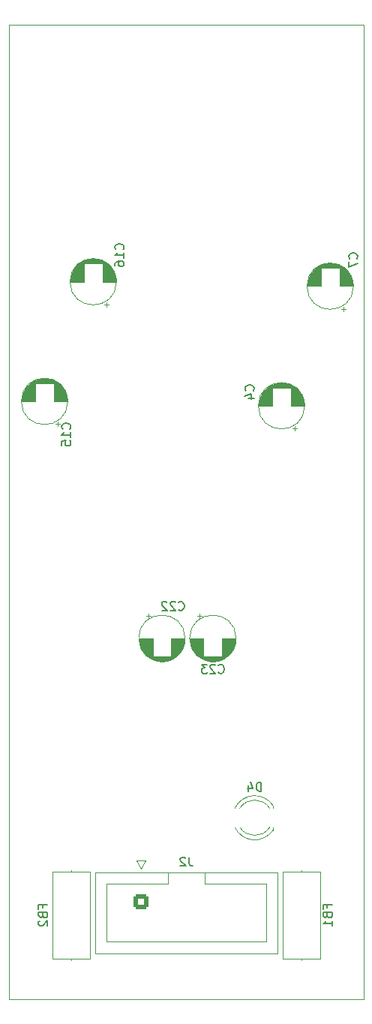
<source format=gbo>
G04 #@! TF.GenerationSoftware,KiCad,Pcbnew,(6.0.6)*
G04 #@! TF.CreationDate,2022-10-26T13:26:05+02:00*
G04 #@! TF.ProjectId,Snare+Hihat,536e6172-652b-4486-9968-61742e6b6963,rev?*
G04 #@! TF.SameCoordinates,Original*
G04 #@! TF.FileFunction,Legend,Bot*
G04 #@! TF.FilePolarity,Positive*
%FSLAX46Y46*%
G04 Gerber Fmt 4.6, Leading zero omitted, Abs format (unit mm)*
G04 Created by KiCad (PCBNEW (6.0.6)) date 2022-10-26 13:26:05*
%MOMM*%
%LPD*%
G01*
G04 APERTURE LIST*
G04 Aperture macros list*
%AMRoundRect*
0 Rectangle with rounded corners*
0 $1 Rounding radius*
0 $2 $3 $4 $5 $6 $7 $8 $9 X,Y pos of 4 corners*
0 Add a 4 corners polygon primitive as box body*
4,1,4,$2,$3,$4,$5,$6,$7,$8,$9,$2,$3,0*
0 Add four circle primitives for the rounded corners*
1,1,$1+$1,$2,$3*
1,1,$1+$1,$4,$5*
1,1,$1+$1,$6,$7*
1,1,$1+$1,$8,$9*
0 Add four rect primitives between the rounded corners*
20,1,$1+$1,$2,$3,$4,$5,0*
20,1,$1+$1,$4,$5,$6,$7,0*
20,1,$1+$1,$6,$7,$8,$9,0*
20,1,$1+$1,$8,$9,$2,$3,0*%
G04 Aperture macros list end*
G04 #@! TA.AperFunction,Profile*
%ADD10C,0.050000*%
G04 #@! TD*
%ADD11C,0.150000*%
%ADD12C,0.120000*%
%ADD13C,1.600000*%
%ADD14R,1.600000X1.600000*%
%ADD15O,1.600000X1.600000*%
%ADD16R,1.700000X1.700000*%
%ADD17O,1.700000X1.700000*%
%ADD18R,1.500000X1.050000*%
%ADD19O,1.500000X1.050000*%
%ADD20R,1.800000X1.800000*%
%ADD21C,1.800000*%
%ADD22C,2.000000*%
%ADD23O,2.000000X2.000000*%
%ADD24RoundRect,0.250000X-0.600000X0.600000X-0.600000X-0.600000X0.600000X-0.600000X0.600000X0.600000X0*%
%ADD25C,1.700000*%
G04 APERTURE END LIST*
D10*
X69999999Y-31000000D02*
X70000000Y-141000000D01*
X30000000Y-31000000D02*
X30000000Y-141000000D01*
X30000000Y-31000000D02*
X69999999Y-31000000D01*
X30000000Y-141000000D02*
X70000000Y-141000000D01*
D11*
X57557142Y-72283333D02*
X57604761Y-72235714D01*
X57652380Y-72092857D01*
X57652380Y-71997619D01*
X57604761Y-71854761D01*
X57509523Y-71759523D01*
X57414285Y-71711904D01*
X57223809Y-71664285D01*
X57080952Y-71664285D01*
X56890476Y-71711904D01*
X56795238Y-71759523D01*
X56700000Y-71854761D01*
X56652380Y-71997619D01*
X56652380Y-72092857D01*
X56700000Y-72235714D01*
X56747619Y-72283333D01*
X56985714Y-73140476D02*
X57652380Y-73140476D01*
X56604761Y-72902380D02*
X57319047Y-72664285D01*
X57319047Y-73283333D01*
X69257142Y-57383333D02*
X69304761Y-57335714D01*
X69352380Y-57192857D01*
X69352380Y-57097619D01*
X69304761Y-56954761D01*
X69209523Y-56859523D01*
X69114285Y-56811904D01*
X68923809Y-56764285D01*
X68780952Y-56764285D01*
X68590476Y-56811904D01*
X68495238Y-56859523D01*
X68400000Y-56954761D01*
X68352380Y-57097619D01*
X68352380Y-57192857D01*
X68400000Y-57335714D01*
X68447619Y-57383333D01*
X68352380Y-57716666D02*
X68352380Y-58383333D01*
X69352380Y-57954761D01*
X42857142Y-56357142D02*
X42904761Y-56309523D01*
X42952380Y-56166666D01*
X42952380Y-56071428D01*
X42904761Y-55928571D01*
X42809523Y-55833333D01*
X42714285Y-55785714D01*
X42523809Y-55738095D01*
X42380952Y-55738095D01*
X42190476Y-55785714D01*
X42095238Y-55833333D01*
X42000000Y-55928571D01*
X41952380Y-56071428D01*
X41952380Y-56166666D01*
X42000000Y-56309523D01*
X42047619Y-56357142D01*
X42952380Y-57309523D02*
X42952380Y-56738095D01*
X42952380Y-57023809D02*
X41952380Y-57023809D01*
X42095238Y-56928571D01*
X42190476Y-56833333D01*
X42238095Y-56738095D01*
X41952380Y-58166666D02*
X41952380Y-57976190D01*
X42000000Y-57880952D01*
X42047619Y-57833333D01*
X42190476Y-57738095D01*
X42380952Y-57690476D01*
X42761904Y-57690476D01*
X42857142Y-57738095D01*
X42904761Y-57785714D01*
X42952380Y-57880952D01*
X42952380Y-58071428D01*
X42904761Y-58166666D01*
X42857142Y-58214285D01*
X42761904Y-58261904D01*
X42523809Y-58261904D01*
X42428571Y-58214285D01*
X42380952Y-58166666D01*
X42333333Y-58071428D01*
X42333333Y-57880952D01*
X42380952Y-57785714D01*
X42428571Y-57738095D01*
X42523809Y-57690476D01*
X58468095Y-117492380D02*
X58468095Y-116492380D01*
X58230000Y-116492380D01*
X58087142Y-116540000D01*
X57991904Y-116635238D01*
X57944285Y-116730476D01*
X57896666Y-116920952D01*
X57896666Y-117063809D01*
X57944285Y-117254285D01*
X57991904Y-117349523D01*
X58087142Y-117444761D01*
X58230000Y-117492380D01*
X58468095Y-117492380D01*
X57039523Y-116825714D02*
X57039523Y-117492380D01*
X57277619Y-116444761D02*
X57515714Y-117159047D01*
X56896666Y-117159047D01*
X65928571Y-130666666D02*
X65928571Y-130333333D01*
X66452380Y-130333333D02*
X65452380Y-130333333D01*
X65452380Y-130809523D01*
X65928571Y-131523809D02*
X65976190Y-131666666D01*
X66023809Y-131714285D01*
X66119047Y-131761904D01*
X66261904Y-131761904D01*
X66357142Y-131714285D01*
X66404761Y-131666666D01*
X66452380Y-131571428D01*
X66452380Y-131190476D01*
X65452380Y-131190476D01*
X65452380Y-131523809D01*
X65500000Y-131619047D01*
X65547619Y-131666666D01*
X65642857Y-131714285D01*
X65738095Y-131714285D01*
X65833333Y-131666666D01*
X65880952Y-131619047D01*
X65928571Y-131523809D01*
X65928571Y-131190476D01*
X66452380Y-132714285D02*
X66452380Y-132142857D01*
X66452380Y-132428571D02*
X65452380Y-132428571D01*
X65595238Y-132333333D01*
X65690476Y-132238095D01*
X65738095Y-132142857D01*
X33808571Y-130666666D02*
X33808571Y-130333333D01*
X34332380Y-130333333D02*
X33332380Y-130333333D01*
X33332380Y-130809523D01*
X33808571Y-131523809D02*
X33856190Y-131666666D01*
X33903809Y-131714285D01*
X33999047Y-131761904D01*
X34141904Y-131761904D01*
X34237142Y-131714285D01*
X34284761Y-131666666D01*
X34332380Y-131571428D01*
X34332380Y-131190476D01*
X33332380Y-131190476D01*
X33332380Y-131523809D01*
X33380000Y-131619047D01*
X33427619Y-131666666D01*
X33522857Y-131714285D01*
X33618095Y-131714285D01*
X33713333Y-131666666D01*
X33760952Y-131619047D01*
X33808571Y-131523809D01*
X33808571Y-131190476D01*
X33427619Y-132142857D02*
X33380000Y-132190476D01*
X33332380Y-132285714D01*
X33332380Y-132523809D01*
X33380000Y-132619047D01*
X33427619Y-132666666D01*
X33522857Y-132714285D01*
X33618095Y-132714285D01*
X33760952Y-132666666D01*
X34332380Y-132095238D01*
X34332380Y-132714285D01*
X50333333Y-124952380D02*
X50333333Y-125666666D01*
X50380952Y-125809523D01*
X50476190Y-125904761D01*
X50619047Y-125952380D01*
X50714285Y-125952380D01*
X49904761Y-125047619D02*
X49857142Y-125000000D01*
X49761904Y-124952380D01*
X49523809Y-124952380D01*
X49428571Y-125000000D01*
X49380952Y-125047619D01*
X49333333Y-125142857D01*
X49333333Y-125238095D01*
X49380952Y-125380952D01*
X49952380Y-125952380D01*
X49333333Y-125952380D01*
X36857142Y-76607142D02*
X36904761Y-76559523D01*
X36952380Y-76416666D01*
X36952380Y-76321428D01*
X36904761Y-76178571D01*
X36809523Y-76083333D01*
X36714285Y-76035714D01*
X36523809Y-75988095D01*
X36380952Y-75988095D01*
X36190476Y-76035714D01*
X36095238Y-76083333D01*
X36000000Y-76178571D01*
X35952380Y-76321428D01*
X35952380Y-76416666D01*
X36000000Y-76559523D01*
X36047619Y-76607142D01*
X36952380Y-77559523D02*
X36952380Y-76988095D01*
X36952380Y-77273809D02*
X35952380Y-77273809D01*
X36095238Y-77178571D01*
X36190476Y-77083333D01*
X36238095Y-76988095D01*
X35952380Y-78464285D02*
X35952380Y-77988095D01*
X36428571Y-77940476D01*
X36380952Y-77988095D01*
X36333333Y-78083333D01*
X36333333Y-78321428D01*
X36380952Y-78416666D01*
X36428571Y-78464285D01*
X36523809Y-78511904D01*
X36761904Y-78511904D01*
X36857142Y-78464285D01*
X36904761Y-78416666D01*
X36952380Y-78321428D01*
X36952380Y-78083333D01*
X36904761Y-77988095D01*
X36857142Y-77940476D01*
X49142857Y-97007142D02*
X49190476Y-97054761D01*
X49333333Y-97102380D01*
X49428571Y-97102380D01*
X49571428Y-97054761D01*
X49666666Y-96959523D01*
X49714285Y-96864285D01*
X49761904Y-96673809D01*
X49761904Y-96530952D01*
X49714285Y-96340476D01*
X49666666Y-96245238D01*
X49571428Y-96150000D01*
X49428571Y-96102380D01*
X49333333Y-96102380D01*
X49190476Y-96150000D01*
X49142857Y-96197619D01*
X48761904Y-96197619D02*
X48714285Y-96150000D01*
X48619047Y-96102380D01*
X48380952Y-96102380D01*
X48285714Y-96150000D01*
X48238095Y-96197619D01*
X48190476Y-96292857D01*
X48190476Y-96388095D01*
X48238095Y-96530952D01*
X48809523Y-97102380D01*
X48190476Y-97102380D01*
X47809523Y-96197619D02*
X47761904Y-96150000D01*
X47666666Y-96102380D01*
X47428571Y-96102380D01*
X47333333Y-96150000D01*
X47285714Y-96197619D01*
X47238095Y-96292857D01*
X47238095Y-96388095D01*
X47285714Y-96530952D01*
X47857142Y-97102380D01*
X47238095Y-97102380D01*
X53642857Y-104107142D02*
X53690476Y-104154761D01*
X53833333Y-104202380D01*
X53928571Y-104202380D01*
X54071428Y-104154761D01*
X54166666Y-104059523D01*
X54214285Y-103964285D01*
X54261904Y-103773809D01*
X54261904Y-103630952D01*
X54214285Y-103440476D01*
X54166666Y-103345238D01*
X54071428Y-103250000D01*
X53928571Y-103202380D01*
X53833333Y-103202380D01*
X53690476Y-103250000D01*
X53642857Y-103297619D01*
X53261904Y-103297619D02*
X53214285Y-103250000D01*
X53119047Y-103202380D01*
X52880952Y-103202380D01*
X52785714Y-103250000D01*
X52738095Y-103297619D01*
X52690476Y-103392857D01*
X52690476Y-103488095D01*
X52738095Y-103630952D01*
X53309523Y-104202380D01*
X52690476Y-104202380D01*
X52357142Y-103202380D02*
X51738095Y-103202380D01*
X52071428Y-103583333D01*
X51928571Y-103583333D01*
X51833333Y-103630952D01*
X51785714Y-103678571D01*
X51738095Y-103773809D01*
X51738095Y-104011904D01*
X51785714Y-104107142D01*
X51833333Y-104154761D01*
X51928571Y-104202380D01*
X52214285Y-104202380D01*
X52309523Y-104154761D01*
X52357142Y-104107142D01*
D12*
X62493000Y-72079000D02*
X61790000Y-72079000D01*
X63251000Y-73360000D02*
X61790000Y-73360000D01*
X63178000Y-73119000D02*
X61790000Y-73119000D01*
X59710000Y-72439000D02*
X58685000Y-72439000D01*
X62785000Y-72399000D02*
X61790000Y-72399000D01*
X62950000Y-72639000D02*
X61790000Y-72639000D01*
X63148000Y-73039000D02*
X61790000Y-73039000D01*
X59710000Y-73680000D02*
X58189000Y-73680000D01*
X59710000Y-72799000D02*
X58460000Y-72799000D01*
X63330000Y-73960000D02*
X61790000Y-73960000D01*
X61555000Y-71519000D02*
X59945000Y-71519000D01*
X59710000Y-72559000D02*
X58601000Y-72559000D01*
X59710000Y-73400000D02*
X58239000Y-73400000D01*
X59710000Y-72359000D02*
X58746000Y-72359000D01*
X62355000Y-71959000D02*
X59145000Y-71959000D01*
X61761000Y-71599000D02*
X59739000Y-71599000D01*
X59710000Y-72159000D02*
X58924000Y-72159000D01*
X62001000Y-71719000D02*
X59499000Y-71719000D01*
X62403000Y-71999000D02*
X61790000Y-71999000D01*
X63311000Y-73680000D02*
X61790000Y-73680000D01*
X61848000Y-71639000D02*
X59652000Y-71639000D01*
X62651000Y-72239000D02*
X61790000Y-72239000D01*
X59710000Y-73720000D02*
X58185000Y-73720000D01*
X59710000Y-73440000D02*
X58230000Y-73440000D01*
X63329000Y-73920000D02*
X61790000Y-73920000D01*
X59710000Y-73360000D02*
X58249000Y-73360000D01*
X61427000Y-71479000D02*
X60073000Y-71479000D01*
X59710000Y-73079000D02*
X58336000Y-73079000D01*
X63018000Y-72759000D02*
X61790000Y-72759000D01*
X62133000Y-71799000D02*
X59367000Y-71799000D01*
X59710000Y-72639000D02*
X58550000Y-72639000D01*
X63205000Y-73199000D02*
X61790000Y-73199000D01*
X59710000Y-72959000D02*
X58385000Y-72959000D01*
X63306000Y-73640000D02*
X61790000Y-73640000D01*
X59710000Y-73480000D02*
X58222000Y-73480000D01*
X63230000Y-73279000D02*
X61790000Y-73279000D01*
X63270000Y-73440000D02*
X61790000Y-73440000D01*
X59710000Y-73600000D02*
X58200000Y-73600000D01*
X59710000Y-73920000D02*
X58171000Y-73920000D01*
X63278000Y-73480000D02*
X61790000Y-73480000D01*
X59710000Y-73199000D02*
X58295000Y-73199000D01*
X63326000Y-73840000D02*
X61790000Y-73840000D01*
X62449000Y-72039000D02*
X61790000Y-72039000D01*
X59710000Y-73239000D02*
X58282000Y-73239000D01*
X59710000Y-73640000D02*
X58194000Y-73640000D01*
X59710000Y-73039000D02*
X58352000Y-73039000D01*
X63300000Y-73600000D02*
X61790000Y-73600000D01*
X62925000Y-72599000D02*
X61790000Y-72599000D01*
X59710000Y-73119000D02*
X58322000Y-73119000D01*
X62872000Y-72519000D02*
X61790000Y-72519000D01*
X62721000Y-72319000D02*
X61790000Y-72319000D01*
X59710000Y-73520000D02*
X58214000Y-73520000D01*
X62997000Y-72719000D02*
X61790000Y-72719000D01*
X63218000Y-73239000D02*
X61790000Y-73239000D01*
X59710000Y-72279000D02*
X58813000Y-72279000D01*
X63319000Y-73760000D02*
X61790000Y-73760000D01*
X59710000Y-72319000D02*
X58779000Y-72319000D01*
X62535000Y-72119000D02*
X61790000Y-72119000D01*
X59710000Y-72039000D02*
X59051000Y-72039000D01*
X62687000Y-72279000D02*
X61790000Y-72279000D01*
X59710000Y-73840000D02*
X58174000Y-73840000D01*
X59710000Y-73880000D02*
X58172000Y-73880000D01*
X63323000Y-73800000D02*
X61790000Y-73800000D01*
X59710000Y-72919000D02*
X58402000Y-72919000D01*
X59710000Y-72679000D02*
X58526000Y-72679000D01*
X63241000Y-73320000D02*
X61790000Y-73320000D01*
X63328000Y-73880000D02*
X61790000Y-73880000D01*
X59710000Y-72399000D02*
X58715000Y-72399000D01*
X63330000Y-74000000D02*
X61790000Y-74000000D01*
X62815000Y-72439000D02*
X61790000Y-72439000D01*
X59710000Y-73760000D02*
X58181000Y-73760000D01*
X63315000Y-73720000D02*
X61790000Y-73720000D01*
X59710000Y-71999000D02*
X59097000Y-71999000D01*
X63293000Y-73560000D02*
X61790000Y-73560000D01*
X61928000Y-71679000D02*
X59572000Y-71679000D01*
X59710000Y-72199000D02*
X58886000Y-72199000D01*
X62304000Y-71919000D02*
X59196000Y-71919000D01*
X59710000Y-72079000D02*
X59007000Y-72079000D01*
X59710000Y-72599000D02*
X58575000Y-72599000D01*
X62069000Y-71759000D02*
X59431000Y-71759000D01*
X61268000Y-71439000D02*
X60232000Y-71439000D01*
X62614000Y-72199000D02*
X61790000Y-72199000D01*
X62225000Y-76804775D02*
X62225000Y-76304775D01*
X62845000Y-72479000D02*
X61790000Y-72479000D01*
X59710000Y-73320000D02*
X58259000Y-73320000D01*
X63286000Y-73520000D02*
X61790000Y-73520000D01*
X59710000Y-72999000D02*
X58368000Y-72999000D01*
X62250000Y-71879000D02*
X59250000Y-71879000D01*
X63098000Y-72919000D02*
X61790000Y-72919000D01*
X63132000Y-72999000D02*
X61790000Y-72999000D01*
X59710000Y-72759000D02*
X58482000Y-72759000D01*
X59710000Y-73560000D02*
X58207000Y-73560000D01*
X59710000Y-72479000D02*
X58655000Y-72479000D01*
X59710000Y-72239000D02*
X58849000Y-72239000D01*
X59710000Y-73279000D02*
X58270000Y-73279000D01*
X59710000Y-72839000D02*
X58440000Y-72839000D01*
X62576000Y-72159000D02*
X61790000Y-72159000D01*
X62899000Y-72559000D02*
X61790000Y-72559000D01*
X59710000Y-73800000D02*
X58177000Y-73800000D01*
X59710000Y-73960000D02*
X58170000Y-73960000D01*
X59710000Y-72519000D02*
X58628000Y-72519000D01*
X63192000Y-73159000D02*
X61790000Y-73159000D01*
X62193000Y-71839000D02*
X59307000Y-71839000D01*
X61034000Y-71399000D02*
X60466000Y-71399000D01*
X62974000Y-72679000D02*
X61790000Y-72679000D01*
X63060000Y-72839000D02*
X61790000Y-72839000D01*
X62754000Y-72359000D02*
X61790000Y-72359000D01*
X63164000Y-73079000D02*
X61790000Y-73079000D01*
X61665000Y-71559000D02*
X59835000Y-71559000D01*
X63079000Y-72879000D02*
X61790000Y-72879000D01*
X62475000Y-76554775D02*
X61975000Y-76554775D01*
X63115000Y-72959000D02*
X61790000Y-72959000D01*
X59710000Y-72879000D02*
X58421000Y-72879000D01*
X59710000Y-72719000D02*
X58503000Y-72719000D01*
X59710000Y-74000000D02*
X58170000Y-74000000D01*
X59710000Y-73159000D02*
X58308000Y-73159000D01*
X59710000Y-72119000D02*
X58965000Y-72119000D01*
X63261000Y-73400000D02*
X61790000Y-73400000D01*
X63040000Y-72799000D02*
X61790000Y-72799000D01*
X63370000Y-74000000D02*
G75*
G03*
X63370000Y-74000000I-2620000J0D01*
G01*
X68793000Y-60060000D02*
X67290000Y-60060000D01*
X65210000Y-59699000D02*
X63795000Y-59699000D01*
X68648000Y-59539000D02*
X67290000Y-59539000D01*
X65210000Y-58979000D02*
X64155000Y-58979000D01*
X66534000Y-57899000D02*
X65966000Y-57899000D01*
X68705000Y-59699000D02*
X67290000Y-59699000D01*
X68664000Y-59579000D02*
X67290000Y-59579000D01*
X65210000Y-59739000D02*
X63782000Y-59739000D01*
X68800000Y-60100000D02*
X67290000Y-60100000D01*
X67725000Y-63304775D02*
X67725000Y-62804775D01*
X68035000Y-58619000D02*
X67290000Y-58619000D01*
X68497000Y-59219000D02*
X67290000Y-59219000D01*
X65210000Y-59539000D02*
X63852000Y-59539000D01*
X65210000Y-60300000D02*
X63677000Y-60300000D01*
X68806000Y-60140000D02*
X67290000Y-60140000D01*
X68819000Y-60260000D02*
X67290000Y-60260000D01*
X65210000Y-59339000D02*
X63940000Y-59339000D01*
X65210000Y-58739000D02*
X64349000Y-58739000D01*
X65210000Y-58619000D02*
X64465000Y-58619000D01*
X65210000Y-60340000D02*
X63674000Y-60340000D01*
X67949000Y-58539000D02*
X67290000Y-58539000D01*
X65210000Y-59980000D02*
X63722000Y-59980000D01*
X65210000Y-59099000D02*
X64075000Y-59099000D01*
X68830000Y-60500000D02*
X67290000Y-60500000D01*
X68678000Y-59619000D02*
X67290000Y-59619000D01*
X65210000Y-60100000D02*
X63700000Y-60100000D01*
X68221000Y-58819000D02*
X67290000Y-58819000D01*
X65210000Y-58819000D02*
X64279000Y-58819000D01*
X68615000Y-59459000D02*
X67290000Y-59459000D01*
X68345000Y-58979000D02*
X67290000Y-58979000D01*
X67348000Y-58139000D02*
X65152000Y-58139000D01*
X68632000Y-59499000D02*
X67290000Y-59499000D01*
X68770000Y-59940000D02*
X67290000Y-59940000D01*
X65210000Y-59940000D02*
X63730000Y-59940000D01*
X65210000Y-60220000D02*
X63685000Y-60220000D01*
X67055000Y-58019000D02*
X65445000Y-58019000D01*
X65210000Y-59860000D02*
X63749000Y-59860000D01*
X68778000Y-59980000D02*
X67290000Y-59980000D01*
X65210000Y-59779000D02*
X63770000Y-59779000D01*
X65210000Y-60140000D02*
X63694000Y-60140000D01*
X68450000Y-59139000D02*
X67290000Y-59139000D01*
X68823000Y-60300000D02*
X67290000Y-60300000D01*
X68425000Y-59099000D02*
X67290000Y-59099000D01*
X67261000Y-58099000D02*
X65239000Y-58099000D01*
X65210000Y-60260000D02*
X63681000Y-60260000D01*
X65210000Y-59179000D02*
X64026000Y-59179000D01*
X65210000Y-59019000D02*
X64128000Y-59019000D01*
X67993000Y-58579000D02*
X67290000Y-58579000D01*
X65210000Y-58579000D02*
X64507000Y-58579000D01*
X68815000Y-60220000D02*
X67290000Y-60220000D01*
X65210000Y-60460000D02*
X63670000Y-60460000D01*
X65210000Y-59579000D02*
X63836000Y-59579000D01*
X68187000Y-58779000D02*
X67290000Y-58779000D01*
X65210000Y-60420000D02*
X63671000Y-60420000D01*
X68830000Y-60460000D02*
X67290000Y-60460000D01*
X65210000Y-59659000D02*
X63808000Y-59659000D01*
X67903000Y-58499000D02*
X67290000Y-58499000D01*
X67693000Y-58339000D02*
X64807000Y-58339000D01*
X68518000Y-59259000D02*
X67290000Y-59259000D01*
X68826000Y-60340000D02*
X67290000Y-60340000D01*
X65210000Y-58779000D02*
X64313000Y-58779000D01*
X68579000Y-59379000D02*
X67290000Y-59379000D01*
X65210000Y-59820000D02*
X63759000Y-59820000D01*
X68399000Y-59059000D02*
X67290000Y-59059000D01*
X67633000Y-58299000D02*
X64867000Y-58299000D01*
X68151000Y-58739000D02*
X67290000Y-58739000D01*
X68751000Y-59860000D02*
X67290000Y-59860000D01*
X68730000Y-59779000D02*
X67290000Y-59779000D01*
X67165000Y-58059000D02*
X65335000Y-58059000D01*
X65210000Y-59379000D02*
X63921000Y-59379000D01*
X68076000Y-58659000D02*
X67290000Y-58659000D01*
X67804000Y-58419000D02*
X64696000Y-58419000D01*
X68254000Y-58859000D02*
X67290000Y-58859000D01*
X65210000Y-60060000D02*
X63707000Y-60060000D01*
X68761000Y-59900000D02*
X67290000Y-59900000D01*
X68811000Y-60180000D02*
X67290000Y-60180000D01*
X65210000Y-59299000D02*
X63960000Y-59299000D01*
X65210000Y-59139000D02*
X64050000Y-59139000D01*
X65210000Y-58899000D02*
X64215000Y-58899000D01*
X68114000Y-58699000D02*
X67290000Y-58699000D01*
X65210000Y-59419000D02*
X63902000Y-59419000D01*
X68372000Y-59019000D02*
X67290000Y-59019000D01*
X65210000Y-58539000D02*
X64551000Y-58539000D01*
X65210000Y-60380000D02*
X63672000Y-60380000D01*
X65210000Y-59259000D02*
X63982000Y-59259000D01*
X65210000Y-59059000D02*
X64101000Y-59059000D01*
X68829000Y-60420000D02*
X67290000Y-60420000D01*
X67750000Y-58379000D02*
X64750000Y-58379000D01*
X67975000Y-63054775D02*
X67475000Y-63054775D01*
X65210000Y-58939000D02*
X64185000Y-58939000D01*
X68285000Y-58899000D02*
X67290000Y-58899000D01*
X65210000Y-60020000D02*
X63714000Y-60020000D01*
X68786000Y-60020000D02*
X67290000Y-60020000D01*
X68315000Y-58939000D02*
X67290000Y-58939000D01*
X68598000Y-59419000D02*
X67290000Y-59419000D01*
X68718000Y-59739000D02*
X67290000Y-59739000D01*
X66768000Y-57939000D02*
X65732000Y-57939000D01*
X67569000Y-58259000D02*
X64931000Y-58259000D01*
X68474000Y-59179000D02*
X67290000Y-59179000D01*
X65210000Y-58659000D02*
X64424000Y-58659000D01*
X68560000Y-59339000D02*
X67290000Y-59339000D01*
X68540000Y-59299000D02*
X67290000Y-59299000D01*
X68692000Y-59659000D02*
X67290000Y-59659000D01*
X65210000Y-59619000D02*
X63822000Y-59619000D01*
X67855000Y-58459000D02*
X64645000Y-58459000D01*
X65210000Y-60500000D02*
X63670000Y-60500000D01*
X67428000Y-58179000D02*
X65072000Y-58179000D01*
X65210000Y-58699000D02*
X64386000Y-58699000D01*
X65210000Y-60180000D02*
X63689000Y-60180000D01*
X65210000Y-58499000D02*
X64597000Y-58499000D01*
X65210000Y-59900000D02*
X63739000Y-59900000D01*
X68828000Y-60380000D02*
X67290000Y-60380000D01*
X67501000Y-58219000D02*
X64999000Y-58219000D01*
X68741000Y-59820000D02*
X67290000Y-59820000D01*
X65210000Y-59459000D02*
X63885000Y-59459000D01*
X66927000Y-57979000D02*
X65573000Y-57979000D01*
X65210000Y-58859000D02*
X64246000Y-58859000D01*
X65210000Y-59219000D02*
X64003000Y-59219000D01*
X65210000Y-59499000D02*
X63868000Y-59499000D01*
X68870000Y-60500000D02*
G75*
G03*
X68870000Y-60500000I-2620000J0D01*
G01*
X41865000Y-58959000D02*
X40540000Y-58959000D01*
X38460000Y-58879000D02*
X37171000Y-58879000D01*
X41700000Y-58639000D02*
X40540000Y-58639000D01*
X38460000Y-59640000D02*
X36944000Y-59640000D01*
X42069000Y-59760000D02*
X40540000Y-59760000D01*
X42080000Y-59960000D02*
X40540000Y-59960000D01*
X41243000Y-58079000D02*
X40540000Y-58079000D01*
X38460000Y-59720000D02*
X36935000Y-59720000D01*
X38460000Y-58239000D02*
X37599000Y-58239000D01*
X38460000Y-58599000D02*
X37325000Y-58599000D01*
X38460000Y-58839000D02*
X37190000Y-58839000D01*
X38460000Y-59920000D02*
X36921000Y-59920000D01*
X42065000Y-59720000D02*
X40540000Y-59720000D01*
X38460000Y-58119000D02*
X37715000Y-58119000D01*
X38460000Y-58959000D02*
X37135000Y-58959000D01*
X41790000Y-58799000D02*
X40540000Y-58799000D01*
X41105000Y-57959000D02*
X37895000Y-57959000D01*
X38460000Y-59159000D02*
X37058000Y-59159000D01*
X41437000Y-58279000D02*
X40540000Y-58279000D01*
X38460000Y-58359000D02*
X37496000Y-58359000D01*
X38460000Y-58279000D02*
X37563000Y-58279000D01*
X38460000Y-58639000D02*
X37300000Y-58639000D01*
X41364000Y-58199000D02*
X40540000Y-58199000D01*
X38460000Y-58399000D02*
X37465000Y-58399000D01*
X38460000Y-59320000D02*
X37009000Y-59320000D01*
X40177000Y-57479000D02*
X38823000Y-57479000D01*
X40018000Y-57439000D02*
X38982000Y-57439000D01*
X38460000Y-59039000D02*
X37102000Y-59039000D01*
X42036000Y-59520000D02*
X40540000Y-59520000D01*
X38460000Y-58439000D02*
X37435000Y-58439000D01*
X42056000Y-59640000D02*
X40540000Y-59640000D01*
X41991000Y-59320000D02*
X40540000Y-59320000D01*
X42050000Y-59600000D02*
X40540000Y-59600000D01*
X38460000Y-57999000D02*
X37847000Y-57999000D01*
X41285000Y-58119000D02*
X40540000Y-58119000D01*
X41942000Y-59159000D02*
X40540000Y-59159000D01*
X41829000Y-58879000D02*
X40540000Y-58879000D01*
X41768000Y-58759000D02*
X40540000Y-58759000D01*
X42061000Y-59680000D02*
X40540000Y-59680000D01*
X42080000Y-60000000D02*
X40540000Y-60000000D01*
X38460000Y-59800000D02*
X36927000Y-59800000D01*
X41622000Y-58519000D02*
X40540000Y-58519000D01*
X41914000Y-59079000D02*
X40540000Y-59079000D01*
X38460000Y-58719000D02*
X37253000Y-58719000D01*
X39784000Y-57399000D02*
X39216000Y-57399000D01*
X40943000Y-57839000D02*
X38057000Y-57839000D01*
X38460000Y-59440000D02*
X36980000Y-59440000D01*
X38460000Y-59360000D02*
X36999000Y-59360000D01*
X38460000Y-58079000D02*
X37757000Y-58079000D01*
X42043000Y-59560000D02*
X40540000Y-59560000D01*
X38460000Y-59560000D02*
X36957000Y-59560000D01*
X41153000Y-57999000D02*
X40540000Y-57999000D01*
X38460000Y-59079000D02*
X37086000Y-59079000D01*
X41980000Y-59279000D02*
X40540000Y-59279000D01*
X38460000Y-58799000D02*
X37210000Y-58799000D01*
X41675000Y-58599000D02*
X40540000Y-58599000D01*
X40415000Y-57559000D02*
X38585000Y-57559000D01*
X38460000Y-58919000D02*
X37152000Y-58919000D01*
X38460000Y-59279000D02*
X37020000Y-59279000D01*
X41882000Y-58999000D02*
X40540000Y-58999000D01*
X40678000Y-57679000D02*
X38322000Y-57679000D01*
X40598000Y-57639000D02*
X38402000Y-57639000D01*
X42028000Y-59480000D02*
X40540000Y-59480000D01*
X38460000Y-59680000D02*
X36939000Y-59680000D01*
X41968000Y-59239000D02*
X40540000Y-59239000D01*
X41649000Y-58559000D02*
X40540000Y-58559000D01*
X42079000Y-59920000D02*
X40540000Y-59920000D01*
X38460000Y-58479000D02*
X37405000Y-58479000D01*
X38460000Y-59960000D02*
X36920000Y-59960000D01*
X42020000Y-59440000D02*
X40540000Y-59440000D01*
X38460000Y-59840000D02*
X36924000Y-59840000D01*
X40511000Y-57599000D02*
X38489000Y-57599000D01*
X42001000Y-59360000D02*
X40540000Y-59360000D01*
X42073000Y-59800000D02*
X40540000Y-59800000D01*
X38460000Y-59199000D02*
X37045000Y-59199000D01*
X38460000Y-58159000D02*
X37674000Y-58159000D01*
X40975000Y-62804775D02*
X40975000Y-62304775D01*
X41054000Y-57919000D02*
X37946000Y-57919000D01*
X41535000Y-58399000D02*
X40540000Y-58399000D01*
X42076000Y-59840000D02*
X40540000Y-59840000D01*
X41898000Y-59039000D02*
X40540000Y-59039000D01*
X41401000Y-58239000D02*
X40540000Y-58239000D01*
X38460000Y-58559000D02*
X37351000Y-58559000D01*
X38460000Y-58759000D02*
X37232000Y-58759000D01*
X38460000Y-59480000D02*
X36972000Y-59480000D01*
X38460000Y-59880000D02*
X36922000Y-59880000D01*
X41225000Y-62554775D02*
X40725000Y-62554775D01*
X41724000Y-58679000D02*
X40540000Y-58679000D01*
X41810000Y-58839000D02*
X40540000Y-58839000D01*
X41504000Y-58359000D02*
X40540000Y-58359000D01*
X38460000Y-59760000D02*
X36931000Y-59760000D01*
X38460000Y-59119000D02*
X37072000Y-59119000D01*
X41848000Y-58919000D02*
X40540000Y-58919000D01*
X42011000Y-59400000D02*
X40540000Y-59400000D01*
X38460000Y-58999000D02*
X37118000Y-58999000D01*
X41747000Y-58719000D02*
X40540000Y-58719000D01*
X38460000Y-60000000D02*
X36920000Y-60000000D01*
X41955000Y-59199000D02*
X40540000Y-59199000D01*
X38460000Y-58199000D02*
X37636000Y-58199000D01*
X41326000Y-58159000D02*
X40540000Y-58159000D01*
X40751000Y-57719000D02*
X38249000Y-57719000D01*
X38460000Y-59600000D02*
X36950000Y-59600000D01*
X40819000Y-57759000D02*
X38181000Y-57759000D01*
X38460000Y-59520000D02*
X36964000Y-59520000D01*
X38460000Y-58319000D02*
X37529000Y-58319000D01*
X41000000Y-57879000D02*
X38000000Y-57879000D01*
X38460000Y-59400000D02*
X36989000Y-59400000D01*
X41199000Y-58039000D02*
X40540000Y-58039000D01*
X42078000Y-59880000D02*
X40540000Y-59880000D01*
X38460000Y-59239000D02*
X37032000Y-59239000D01*
X41928000Y-59119000D02*
X40540000Y-59119000D01*
X40305000Y-57519000D02*
X38695000Y-57519000D01*
X40883000Y-57799000D02*
X38117000Y-57799000D01*
X41471000Y-58319000D02*
X40540000Y-58319000D01*
X41595000Y-58479000D02*
X40540000Y-58479000D01*
X38460000Y-58519000D02*
X37378000Y-58519000D01*
X38460000Y-58039000D02*
X37801000Y-58039000D01*
X38460000Y-58679000D02*
X37276000Y-58679000D01*
X41565000Y-58439000D02*
X40540000Y-58439000D01*
X42120000Y-60000000D02*
G75*
G03*
X42120000Y-60000000I-2620000J0D01*
G01*
X59790000Y-121580000D02*
X59790000Y-121899000D01*
X59790000Y-119101000D02*
X59790000Y-119420000D01*
X59413330Y-119420000D02*
G75*
G03*
X56047287Y-119419039I-1683330J-1080000D01*
G01*
X55486758Y-121580724D02*
G75*
G03*
X59790000Y-121898749I2243242J1080724D01*
G01*
X59790000Y-119101251D02*
G75*
G03*
X55486758Y-119419276I-2060000J-1398749D01*
G01*
X56047287Y-121580961D02*
G75*
G03*
X59413330Y-121580000I1682713J1080961D01*
G01*
X63000000Y-136610000D02*
X63000000Y-136370000D01*
X65120000Y-136370000D02*
X60880000Y-136370000D01*
X63000000Y-126390000D02*
X63000000Y-126630000D01*
X60880000Y-126630000D02*
X65120000Y-126630000D01*
X65120000Y-126630000D02*
X65120000Y-136370000D01*
X60880000Y-136370000D02*
X60880000Y-126630000D01*
X37000000Y-136610000D02*
X37000000Y-136370000D01*
X39120000Y-126630000D02*
X39120000Y-136370000D01*
X39120000Y-136370000D02*
X34880000Y-136370000D01*
X34880000Y-136370000D02*
X34880000Y-126630000D01*
X34880000Y-126630000D02*
X39120000Y-126630000D01*
X37000000Y-126390000D02*
X37000000Y-126630000D01*
X52050000Y-127980000D02*
X52050000Y-127980000D01*
X52050000Y-127980000D02*
X52050000Y-126670000D01*
X44420000Y-125280000D02*
X45420000Y-125280000D01*
X39710000Y-135790000D02*
X60290000Y-135790000D01*
X39710000Y-126670000D02*
X39710000Y-135790000D01*
X41010000Y-134480000D02*
X58990000Y-134480000D01*
X58990000Y-127980000D02*
X52050000Y-127980000D01*
X60290000Y-135790000D02*
X60290000Y-126670000D01*
X60290000Y-126670000D02*
X39710000Y-126670000D01*
X45420000Y-125280000D02*
X44920000Y-126280000D01*
X44920000Y-126280000D02*
X44420000Y-125280000D01*
X58990000Y-134480000D02*
X58990000Y-127980000D01*
X47950000Y-126670000D02*
X47950000Y-127980000D01*
X47950000Y-127980000D02*
X41010000Y-127980000D01*
X41010000Y-127980000D02*
X41010000Y-134480000D01*
X32960000Y-71939000D02*
X31935000Y-71939000D01*
X32960000Y-73100000D02*
X31450000Y-73100000D01*
X36569000Y-73260000D02*
X35040000Y-73260000D01*
X32960000Y-73220000D02*
X31435000Y-73220000D01*
X32960000Y-73420000D02*
X31421000Y-73420000D01*
X36576000Y-73340000D02*
X35040000Y-73340000D01*
X35971000Y-71819000D02*
X35040000Y-71819000D01*
X32960000Y-72860000D02*
X31499000Y-72860000D01*
X36543000Y-73060000D02*
X35040000Y-73060000D01*
X36428000Y-72619000D02*
X35040000Y-72619000D01*
X34284000Y-70899000D02*
X33716000Y-70899000D01*
X36491000Y-72820000D02*
X35040000Y-72820000D01*
X34915000Y-71059000D02*
X33085000Y-71059000D01*
X32960000Y-72339000D02*
X31690000Y-72339000D01*
X36095000Y-71979000D02*
X35040000Y-71979000D01*
X36268000Y-72259000D02*
X35040000Y-72259000D01*
X36329000Y-72379000D02*
X35040000Y-72379000D01*
X32960000Y-73300000D02*
X31427000Y-73300000D01*
X32960000Y-72619000D02*
X31572000Y-72619000D01*
X35725000Y-76054775D02*
X35225000Y-76054775D01*
X32960000Y-71859000D02*
X31996000Y-71859000D01*
X35098000Y-71139000D02*
X32902000Y-71139000D01*
X36573000Y-73300000D02*
X35040000Y-73300000D01*
X32960000Y-71739000D02*
X32099000Y-71739000D01*
X32960000Y-72940000D02*
X31480000Y-72940000D01*
X32960000Y-73460000D02*
X31420000Y-73460000D01*
X32960000Y-71619000D02*
X32215000Y-71619000D01*
X36579000Y-73420000D02*
X35040000Y-73420000D01*
X32960000Y-71539000D02*
X32301000Y-71539000D01*
X36035000Y-71899000D02*
X35040000Y-71899000D01*
X36565000Y-73220000D02*
X35040000Y-73220000D01*
X32960000Y-72099000D02*
X31825000Y-72099000D01*
X32960000Y-71819000D02*
X32029000Y-71819000D01*
X36247000Y-72219000D02*
X35040000Y-72219000D01*
X36200000Y-72139000D02*
X35040000Y-72139000D01*
X35699000Y-71539000D02*
X35040000Y-71539000D01*
X32960000Y-71499000D02*
X32347000Y-71499000D01*
X32960000Y-72739000D02*
X31532000Y-72739000D01*
X32960000Y-71979000D02*
X31905000Y-71979000D01*
X35178000Y-71179000D02*
X32822000Y-71179000D01*
X35864000Y-71699000D02*
X35040000Y-71699000D01*
X36065000Y-71939000D02*
X35040000Y-71939000D01*
X36365000Y-72459000D02*
X35040000Y-72459000D01*
X32960000Y-71699000D02*
X32136000Y-71699000D01*
X36511000Y-72900000D02*
X35040000Y-72900000D01*
X32960000Y-71579000D02*
X32257000Y-71579000D01*
X36520000Y-72940000D02*
X35040000Y-72940000D01*
X32960000Y-72980000D02*
X31472000Y-72980000D01*
X35785000Y-71619000D02*
X35040000Y-71619000D01*
X32960000Y-72379000D02*
X31671000Y-72379000D01*
X35383000Y-71299000D02*
X32617000Y-71299000D01*
X36310000Y-72339000D02*
X35040000Y-72339000D01*
X35937000Y-71779000D02*
X35040000Y-71779000D01*
X35251000Y-71219000D02*
X32749000Y-71219000D01*
X35443000Y-71339000D02*
X32557000Y-71339000D01*
X32960000Y-72659000D02*
X31558000Y-72659000D01*
X35743000Y-71579000D02*
X35040000Y-71579000D01*
X32960000Y-72779000D02*
X31520000Y-72779000D01*
X36455000Y-72699000D02*
X35040000Y-72699000D01*
X32960000Y-72019000D02*
X31878000Y-72019000D01*
X36290000Y-72299000D02*
X35040000Y-72299000D01*
X36536000Y-73020000D02*
X35040000Y-73020000D01*
X32960000Y-72179000D02*
X31776000Y-72179000D01*
X35554000Y-71419000D02*
X32446000Y-71419000D01*
X36561000Y-73180000D02*
X35040000Y-73180000D01*
X36501000Y-72860000D02*
X35040000Y-72860000D01*
X32960000Y-72900000D02*
X31489000Y-72900000D01*
X36580000Y-73460000D02*
X35040000Y-73460000D01*
X35605000Y-71459000D02*
X32395000Y-71459000D01*
X32960000Y-71779000D02*
X32063000Y-71779000D01*
X32960000Y-72419000D02*
X31652000Y-72419000D01*
X36414000Y-72579000D02*
X35040000Y-72579000D01*
X36382000Y-72499000D02*
X35040000Y-72499000D01*
X32960000Y-73260000D02*
X31431000Y-73260000D01*
X36175000Y-72099000D02*
X35040000Y-72099000D01*
X36348000Y-72419000D02*
X35040000Y-72419000D01*
X36578000Y-73380000D02*
X35040000Y-73380000D01*
X36580000Y-73500000D02*
X35040000Y-73500000D01*
X35826000Y-71659000D02*
X35040000Y-71659000D01*
X36122000Y-72019000D02*
X35040000Y-72019000D01*
X32960000Y-72699000D02*
X31545000Y-72699000D01*
X35500000Y-71379000D02*
X32500000Y-71379000D01*
X36442000Y-72659000D02*
X35040000Y-72659000D01*
X32960000Y-72499000D02*
X31618000Y-72499000D01*
X36149000Y-72059000D02*
X35040000Y-72059000D01*
X36004000Y-71859000D02*
X35040000Y-71859000D01*
X32960000Y-71659000D02*
X32174000Y-71659000D01*
X32960000Y-73060000D02*
X31457000Y-73060000D01*
X34677000Y-70979000D02*
X33323000Y-70979000D01*
X32960000Y-72539000D02*
X31602000Y-72539000D01*
X32960000Y-73340000D02*
X31424000Y-73340000D01*
X34805000Y-71019000D02*
X33195000Y-71019000D01*
X32960000Y-73380000D02*
X31422000Y-73380000D01*
X35011000Y-71099000D02*
X32989000Y-71099000D01*
X35901000Y-71739000D02*
X35040000Y-71739000D01*
X32960000Y-72139000D02*
X31800000Y-72139000D01*
X32960000Y-73140000D02*
X31444000Y-73140000D01*
X36528000Y-72980000D02*
X35040000Y-72980000D01*
X32960000Y-73020000D02*
X31464000Y-73020000D01*
X32960000Y-72219000D02*
X31753000Y-72219000D01*
X36224000Y-72179000D02*
X35040000Y-72179000D01*
X34518000Y-70939000D02*
X33482000Y-70939000D01*
X35475000Y-76304775D02*
X35475000Y-75804775D01*
X36468000Y-72739000D02*
X35040000Y-72739000D01*
X32960000Y-73180000D02*
X31439000Y-73180000D01*
X35319000Y-71259000D02*
X32681000Y-71259000D01*
X32960000Y-72579000D02*
X31586000Y-72579000D01*
X36550000Y-73100000D02*
X35040000Y-73100000D01*
X32960000Y-72459000D02*
X31635000Y-72459000D01*
X36556000Y-73140000D02*
X35040000Y-73140000D01*
X35653000Y-71499000D02*
X35040000Y-71499000D01*
X36480000Y-72779000D02*
X35040000Y-72779000D01*
X32960000Y-72059000D02*
X31851000Y-72059000D01*
X32960000Y-72820000D02*
X31509000Y-72820000D01*
X32960000Y-71899000D02*
X31965000Y-71899000D01*
X32960000Y-73500000D02*
X31420000Y-73500000D01*
X36398000Y-72539000D02*
X35040000Y-72539000D01*
X32960000Y-72299000D02*
X31710000Y-72299000D01*
X32960000Y-72259000D02*
X31732000Y-72259000D01*
X36620000Y-73500000D02*
G75*
G03*
X36620000Y-73500000I-2620000J0D01*
G01*
X44694000Y-100610000D02*
X46210000Y-100610000D01*
X44674000Y-100410000D02*
X46210000Y-100410000D01*
X45597000Y-102251000D02*
X46210000Y-102251000D01*
X48290000Y-102011000D02*
X49151000Y-102011000D01*
X48290000Y-101451000D02*
X49540000Y-101451000D01*
X48290000Y-100730000D02*
X49786000Y-100730000D01*
X48290000Y-100930000D02*
X49741000Y-100930000D01*
X44902000Y-101331000D02*
X46210000Y-101331000D01*
X48290000Y-101651000D02*
X49425000Y-101651000D01*
X48290000Y-101331000D02*
X49598000Y-101331000D01*
X44670000Y-100250000D02*
X46210000Y-100250000D01*
X44782000Y-101011000D02*
X46210000Y-101011000D01*
X45128000Y-101731000D02*
X46210000Y-101731000D01*
X48290000Y-101171000D02*
X49664000Y-101171000D01*
X48290000Y-100810000D02*
X49770000Y-100810000D01*
X45313000Y-101971000D02*
X46210000Y-101971000D01*
X44730000Y-100810000D02*
X46210000Y-100810000D01*
X48290000Y-102211000D02*
X48949000Y-102211000D01*
X45101000Y-101691000D02*
X46210000Y-101691000D01*
X46573000Y-102771000D02*
X47927000Y-102771000D01*
X44795000Y-101051000D02*
X46210000Y-101051000D01*
X45775000Y-97445225D02*
X45775000Y-97945225D01*
X48290000Y-102091000D02*
X49076000Y-102091000D01*
X44670000Y-100290000D02*
X46210000Y-100290000D01*
X44982000Y-101491000D02*
X46210000Y-101491000D01*
X44689000Y-100570000D02*
X46210000Y-100570000D01*
X46239000Y-102651000D02*
X48261000Y-102651000D01*
X48290000Y-100290000D02*
X49830000Y-100290000D01*
X48290000Y-100770000D02*
X49778000Y-100770000D01*
X45424000Y-102091000D02*
X46210000Y-102091000D01*
X45155000Y-101771000D02*
X46210000Y-101771000D01*
X48290000Y-100890000D02*
X49751000Y-100890000D01*
X45026000Y-101571000D02*
X46210000Y-101571000D01*
X45279000Y-101931000D02*
X46210000Y-101931000D01*
X48290000Y-100610000D02*
X49806000Y-100610000D01*
X46732000Y-102811000D02*
X47768000Y-102811000D01*
X48290000Y-101891000D02*
X49254000Y-101891000D01*
X44739000Y-100850000D02*
X46210000Y-100850000D01*
X44960000Y-101451000D02*
X46210000Y-101451000D01*
X44836000Y-101171000D02*
X46210000Y-101171000D01*
X48290000Y-101211000D02*
X49648000Y-101211000D01*
X44808000Y-101091000D02*
X46210000Y-101091000D01*
X45465000Y-102131000D02*
X46210000Y-102131000D01*
X45185000Y-101811000D02*
X46210000Y-101811000D01*
X48290000Y-102171000D02*
X48993000Y-102171000D01*
X44700000Y-100650000D02*
X46210000Y-100650000D01*
X48290000Y-101011000D02*
X49718000Y-101011000D01*
X48290000Y-101851000D02*
X49285000Y-101851000D01*
X48290000Y-101531000D02*
X49497000Y-101531000D01*
X44671000Y-100330000D02*
X46210000Y-100330000D01*
X48290000Y-101091000D02*
X49692000Y-101091000D01*
X45931000Y-102491000D02*
X48569000Y-102491000D01*
X48290000Y-101251000D02*
X49632000Y-101251000D01*
X46445000Y-102731000D02*
X48055000Y-102731000D01*
X48290000Y-100570000D02*
X49811000Y-100570000D01*
X48290000Y-100370000D02*
X49828000Y-100370000D01*
X44722000Y-100770000D02*
X46210000Y-100770000D01*
X45050000Y-101611000D02*
X46210000Y-101611000D01*
X45386000Y-102051000D02*
X46210000Y-102051000D01*
X48290000Y-100490000D02*
X49819000Y-100490000D01*
X48290000Y-101571000D02*
X49474000Y-101571000D01*
X44681000Y-100490000D02*
X46210000Y-100490000D01*
X45645000Y-102291000D02*
X48855000Y-102291000D01*
X44940000Y-101411000D02*
X46210000Y-101411000D01*
X44707000Y-100690000D02*
X46210000Y-100690000D01*
X48290000Y-101051000D02*
X49705000Y-101051000D01*
X44759000Y-100930000D02*
X46210000Y-100930000D01*
X44714000Y-100730000D02*
X46210000Y-100730000D01*
X46152000Y-102611000D02*
X48348000Y-102611000D01*
X44677000Y-100450000D02*
X46210000Y-100450000D01*
X48290000Y-100250000D02*
X49830000Y-100250000D01*
X48290000Y-101931000D02*
X49221000Y-101931000D01*
X48290000Y-100450000D02*
X49823000Y-100450000D01*
X48290000Y-100410000D02*
X49826000Y-100410000D01*
X48290000Y-101371000D02*
X49579000Y-101371000D01*
X48290000Y-101131000D02*
X49678000Y-101131000D01*
X45349000Y-102011000D02*
X46210000Y-102011000D01*
X46966000Y-102851000D02*
X47534000Y-102851000D01*
X44770000Y-100971000D02*
X46210000Y-100971000D01*
X44868000Y-101251000D02*
X46210000Y-101251000D01*
X48290000Y-102251000D02*
X48903000Y-102251000D01*
X44685000Y-100530000D02*
X46210000Y-100530000D01*
X45696000Y-102331000D02*
X48804000Y-102331000D01*
X48290000Y-100530000D02*
X49815000Y-100530000D01*
X48290000Y-102051000D02*
X49114000Y-102051000D01*
X46072000Y-102571000D02*
X48428000Y-102571000D01*
X48290000Y-100330000D02*
X49829000Y-100330000D01*
X48290000Y-101971000D02*
X49187000Y-101971000D01*
X48290000Y-101771000D02*
X49345000Y-101771000D01*
X45246000Y-101891000D02*
X46210000Y-101891000D01*
X45750000Y-102371000D02*
X48750000Y-102371000D01*
X48290000Y-100850000D02*
X49761000Y-100850000D01*
X48290000Y-100650000D02*
X49800000Y-100650000D01*
X48290000Y-101691000D02*
X49399000Y-101691000D01*
X46335000Y-102691000D02*
X48165000Y-102691000D01*
X48290000Y-101411000D02*
X49560000Y-101411000D01*
X45003000Y-101531000D02*
X46210000Y-101531000D01*
X44885000Y-101291000D02*
X46210000Y-101291000D01*
X44822000Y-101131000D02*
X46210000Y-101131000D01*
X45075000Y-101651000D02*
X46210000Y-101651000D01*
X45507000Y-102171000D02*
X46210000Y-102171000D01*
X48290000Y-101811000D02*
X49315000Y-101811000D01*
X48290000Y-100971000D02*
X49730000Y-100971000D01*
X48290000Y-102131000D02*
X49035000Y-102131000D01*
X48290000Y-101731000D02*
X49372000Y-101731000D01*
X44852000Y-101211000D02*
X46210000Y-101211000D01*
X48290000Y-101291000D02*
X49615000Y-101291000D01*
X45867000Y-102451000D02*
X48633000Y-102451000D01*
X45807000Y-102411000D02*
X48693000Y-102411000D01*
X45999000Y-102531000D02*
X48501000Y-102531000D01*
X44921000Y-101371000D02*
X46210000Y-101371000D01*
X48290000Y-101611000D02*
X49450000Y-101611000D01*
X45525000Y-97695225D02*
X46025000Y-97695225D01*
X48290000Y-101491000D02*
X49518000Y-101491000D01*
X45551000Y-102211000D02*
X46210000Y-102211000D01*
X48290000Y-100690000D02*
X49793000Y-100690000D01*
X44672000Y-100370000D02*
X46210000Y-100370000D01*
X44749000Y-100890000D02*
X46210000Y-100890000D01*
X45215000Y-101851000D02*
X46210000Y-101851000D01*
X49870000Y-100250000D02*
G75*
G03*
X49870000Y-100250000I-2620000J0D01*
G01*
X54040000Y-100250000D02*
X55580000Y-100250000D01*
X54040000Y-101331000D02*
X55348000Y-101331000D01*
X54040000Y-101171000D02*
X55414000Y-101171000D01*
X50532000Y-101011000D02*
X51960000Y-101011000D01*
X52482000Y-102811000D02*
X53518000Y-102811000D01*
X54040000Y-100890000D02*
X55501000Y-100890000D01*
X54040000Y-102091000D02*
X54826000Y-102091000D01*
X54040000Y-101611000D02*
X55200000Y-101611000D01*
X54040000Y-100530000D02*
X55565000Y-100530000D01*
X50464000Y-100730000D02*
X51960000Y-100730000D01*
X50509000Y-100930000D02*
X51960000Y-100930000D01*
X54040000Y-101211000D02*
X55398000Y-101211000D01*
X54040000Y-101371000D02*
X55329000Y-101371000D01*
X54040000Y-101491000D02*
X55268000Y-101491000D01*
X50776000Y-101571000D02*
X51960000Y-101571000D01*
X54040000Y-102171000D02*
X54743000Y-102171000D01*
X54040000Y-102211000D02*
X54699000Y-102211000D01*
X51063000Y-101971000D02*
X51960000Y-101971000D01*
X51617000Y-102451000D02*
X54383000Y-102451000D01*
X51029000Y-101931000D02*
X51960000Y-101931000D01*
X52716000Y-102851000D02*
X53284000Y-102851000D01*
X50753000Y-101531000D02*
X51960000Y-101531000D01*
X50450000Y-100650000D02*
X51960000Y-100650000D01*
X54040000Y-100610000D02*
X55556000Y-100610000D01*
X54040000Y-100850000D02*
X55511000Y-100850000D01*
X51275000Y-97695225D02*
X51775000Y-97695225D01*
X54040000Y-101851000D02*
X55035000Y-101851000D01*
X50671000Y-101371000D02*
X51960000Y-101371000D01*
X50431000Y-100490000D02*
X51960000Y-100490000D01*
X54040000Y-102251000D02*
X54653000Y-102251000D01*
X50427000Y-100450000D02*
X51960000Y-100450000D01*
X50732000Y-101491000D02*
X51960000Y-101491000D01*
X54040000Y-101811000D02*
X55065000Y-101811000D01*
X50457000Y-100690000D02*
X51960000Y-100690000D01*
X50851000Y-101691000D02*
X51960000Y-101691000D01*
X50558000Y-101091000D02*
X51960000Y-101091000D01*
X50652000Y-101331000D02*
X51960000Y-101331000D01*
X50586000Y-101171000D02*
X51960000Y-101171000D01*
X54040000Y-101931000D02*
X54971000Y-101931000D01*
X54040000Y-100490000D02*
X55569000Y-100490000D01*
X54040000Y-100930000D02*
X55491000Y-100930000D01*
X50905000Y-101771000D02*
X51960000Y-101771000D01*
X54040000Y-101571000D02*
X55224000Y-101571000D01*
X54040000Y-100730000D02*
X55536000Y-100730000D01*
X50878000Y-101731000D02*
X51960000Y-101731000D01*
X54040000Y-100650000D02*
X55550000Y-100650000D01*
X51525000Y-97445225D02*
X51525000Y-97945225D01*
X54040000Y-101011000D02*
X55468000Y-101011000D01*
X51749000Y-102531000D02*
X54251000Y-102531000D01*
X51500000Y-102371000D02*
X54500000Y-102371000D01*
X50572000Y-101131000D02*
X51960000Y-101131000D01*
X52085000Y-102691000D02*
X53915000Y-102691000D01*
X54040000Y-100450000D02*
X55573000Y-100450000D01*
X50435000Y-100530000D02*
X51960000Y-100530000D01*
X54040000Y-102131000D02*
X54785000Y-102131000D01*
X54040000Y-100570000D02*
X55561000Y-100570000D01*
X51395000Y-102291000D02*
X54605000Y-102291000D01*
X50545000Y-101051000D02*
X51960000Y-101051000D01*
X50800000Y-101611000D02*
X51960000Y-101611000D01*
X54040000Y-101291000D02*
X55365000Y-101291000D01*
X54040000Y-101771000D02*
X55095000Y-101771000D01*
X51822000Y-102571000D02*
X54178000Y-102571000D01*
X50424000Y-100410000D02*
X51960000Y-100410000D01*
X51557000Y-102411000D02*
X54443000Y-102411000D01*
X50420000Y-100250000D02*
X51960000Y-100250000D01*
X50635000Y-101291000D02*
X51960000Y-101291000D01*
X50602000Y-101211000D02*
X51960000Y-101211000D01*
X50618000Y-101251000D02*
X51960000Y-101251000D01*
X54040000Y-101731000D02*
X55122000Y-101731000D01*
X52323000Y-102771000D02*
X53677000Y-102771000D01*
X51099000Y-102011000D02*
X51960000Y-102011000D01*
X50421000Y-100330000D02*
X51960000Y-100330000D01*
X54040000Y-101251000D02*
X55382000Y-101251000D01*
X50480000Y-100810000D02*
X51960000Y-100810000D01*
X50690000Y-101411000D02*
X51960000Y-101411000D01*
X54040000Y-101691000D02*
X55149000Y-101691000D01*
X51989000Y-102651000D02*
X54011000Y-102651000D01*
X54040000Y-101651000D02*
X55175000Y-101651000D01*
X51347000Y-102251000D02*
X51960000Y-102251000D01*
X51257000Y-102171000D02*
X51960000Y-102171000D01*
X50499000Y-100890000D02*
X51960000Y-100890000D01*
X54040000Y-100770000D02*
X55528000Y-100770000D01*
X50444000Y-100610000D02*
X51960000Y-100610000D01*
X54040000Y-102051000D02*
X54864000Y-102051000D01*
X54040000Y-101531000D02*
X55247000Y-101531000D01*
X50825000Y-101651000D02*
X51960000Y-101651000D01*
X54040000Y-101451000D02*
X55290000Y-101451000D01*
X54040000Y-101411000D02*
X55310000Y-101411000D01*
X51301000Y-102211000D02*
X51960000Y-102211000D01*
X50420000Y-100290000D02*
X51960000Y-100290000D01*
X54040000Y-100690000D02*
X55543000Y-100690000D01*
X50935000Y-101811000D02*
X51960000Y-101811000D01*
X50710000Y-101451000D02*
X51960000Y-101451000D01*
X54040000Y-100290000D02*
X55580000Y-100290000D01*
X54040000Y-100370000D02*
X55578000Y-100370000D01*
X51136000Y-102051000D02*
X51960000Y-102051000D01*
X51215000Y-102131000D02*
X51960000Y-102131000D01*
X52195000Y-102731000D02*
X53805000Y-102731000D01*
X50422000Y-100370000D02*
X51960000Y-100370000D01*
X54040000Y-101091000D02*
X55442000Y-101091000D01*
X54040000Y-100410000D02*
X55576000Y-100410000D01*
X54040000Y-101971000D02*
X54937000Y-101971000D01*
X50489000Y-100850000D02*
X51960000Y-100850000D01*
X51174000Y-102091000D02*
X51960000Y-102091000D01*
X54040000Y-100971000D02*
X55480000Y-100971000D01*
X54040000Y-101891000D02*
X55004000Y-101891000D01*
X54040000Y-101051000D02*
X55455000Y-101051000D01*
X54040000Y-100810000D02*
X55520000Y-100810000D01*
X50996000Y-101891000D02*
X51960000Y-101891000D01*
X50439000Y-100570000D02*
X51960000Y-100570000D01*
X51902000Y-102611000D02*
X54098000Y-102611000D01*
X51681000Y-102491000D02*
X54319000Y-102491000D01*
X54040000Y-101131000D02*
X55428000Y-101131000D01*
X51446000Y-102331000D02*
X54554000Y-102331000D01*
X54040000Y-102011000D02*
X54901000Y-102011000D01*
X50472000Y-100770000D02*
X51960000Y-100770000D01*
X50965000Y-101851000D02*
X51960000Y-101851000D01*
X54040000Y-100330000D02*
X55579000Y-100330000D01*
X50520000Y-100971000D02*
X51960000Y-100971000D01*
X55620000Y-100250000D02*
G75*
G03*
X55620000Y-100250000I-2620000J0D01*
G01*
%LPC*%
D13*
X55000000Y-92590000D03*
X60000000Y-92590000D03*
X55000000Y-95590000D03*
X60000000Y-95590000D03*
X54500000Y-111250000D03*
X59500000Y-111250000D03*
X45000000Y-92590000D03*
X40000000Y-92590000D03*
X45000000Y-95590000D03*
X40000000Y-95590000D03*
X39000000Y-111250000D03*
X44000000Y-111250000D03*
X44000000Y-108000000D03*
X39000000Y-108000000D03*
D14*
X58750000Y-70000000D03*
D15*
X58750000Y-62380000D03*
D14*
X61750000Y-62380000D03*
D15*
X61750000Y-70000000D03*
D14*
X55000000Y-88210000D03*
D15*
X55000000Y-80590000D03*
D14*
X32500000Y-69500000D03*
D15*
X32500000Y-61880000D03*
D14*
X35000000Y-61880000D03*
D15*
X35000000Y-69500000D03*
D16*
X68000000Y-98500000D03*
D17*
X68000000Y-101040000D03*
X68000000Y-103580000D03*
X68000000Y-106120000D03*
X68000000Y-108660000D03*
X68000000Y-111200000D03*
X68000000Y-113740000D03*
X68000000Y-116280000D03*
D16*
X32000000Y-98500000D03*
D17*
X32000000Y-101040000D03*
X32000000Y-103580000D03*
X32000000Y-106120000D03*
X32000000Y-108660000D03*
X32000000Y-111200000D03*
X32000000Y-113740000D03*
X32000000Y-116280000D03*
D18*
X64000000Y-83630000D03*
D19*
X64000000Y-82360000D03*
X64000000Y-81090000D03*
D18*
X59000000Y-83590000D03*
D19*
X59000000Y-82320000D03*
X59000000Y-81050000D03*
D18*
X59000000Y-89090000D03*
D19*
X59000000Y-87820000D03*
X59000000Y-86550000D03*
D18*
X36500000Y-83130000D03*
D19*
X36500000Y-81860000D03*
X36500000Y-80590000D03*
D18*
X41500000Y-83130000D03*
D19*
X41500000Y-81860000D03*
X41500000Y-80590000D03*
D18*
X41500000Y-88630000D03*
D19*
X41500000Y-87360000D03*
X41500000Y-86090000D03*
D13*
X65250000Y-75000000D03*
D15*
X65250000Y-64840000D03*
D13*
X64000000Y-86590000D03*
D15*
X64000000Y-96750000D03*
D13*
X52000000Y-80590000D03*
D15*
X52000000Y-90750000D03*
D13*
X64250000Y-117000000D03*
D15*
X64250000Y-106840000D03*
D13*
X43420000Y-120500000D03*
D15*
X53580000Y-120500000D03*
D13*
X61580000Y-108000000D03*
D15*
X51420000Y-108000000D03*
D13*
X38500000Y-74500000D03*
D15*
X38500000Y-64340000D03*
D13*
X36500000Y-86090000D03*
D15*
X36500000Y-96250000D03*
D13*
X48000000Y-80590000D03*
D15*
X48000000Y-90750000D03*
D13*
X35750000Y-117330000D03*
D15*
X35750000Y-107170000D03*
D13*
X35170000Y-104500000D03*
D15*
X45330000Y-104500000D03*
D14*
X45000000Y-88210000D03*
D15*
X45000000Y-80590000D03*
D13*
X38800000Y-114500000D03*
D15*
X48960000Y-114500000D03*
D13*
X61500000Y-114500000D03*
D15*
X51340000Y-114500000D03*
D16*
X52525000Y-137500000D03*
D17*
X49985000Y-137500000D03*
X47445000Y-137500000D03*
D14*
X60750000Y-75000000D03*
D13*
X60750000Y-73000000D03*
D14*
X66250000Y-61500000D03*
D13*
X66250000Y-59500000D03*
D14*
X39500000Y-61000000D03*
D13*
X39500000Y-59000000D03*
D20*
X59000000Y-120500000D03*
D21*
X56460000Y-120500000D03*
D22*
X63000000Y-125150000D03*
D23*
X63000000Y-137850000D03*
D22*
X37000000Y-125150000D03*
D23*
X37000000Y-137850000D03*
D24*
X44920000Y-129960000D03*
D25*
X44920000Y-132500000D03*
X47460000Y-129960000D03*
X47460000Y-132500000D03*
X50000000Y-129960000D03*
X50000000Y-132500000D03*
X52540000Y-129960000D03*
X52540000Y-132500000D03*
X55080000Y-129960000D03*
X55080000Y-132500000D03*
D14*
X34000000Y-74500000D03*
D13*
X34000000Y-72500000D03*
D14*
X47250000Y-99250000D03*
D13*
X47250000Y-101250000D03*
D14*
X53000000Y-99250000D03*
D13*
X53000000Y-101250000D03*
M02*

</source>
